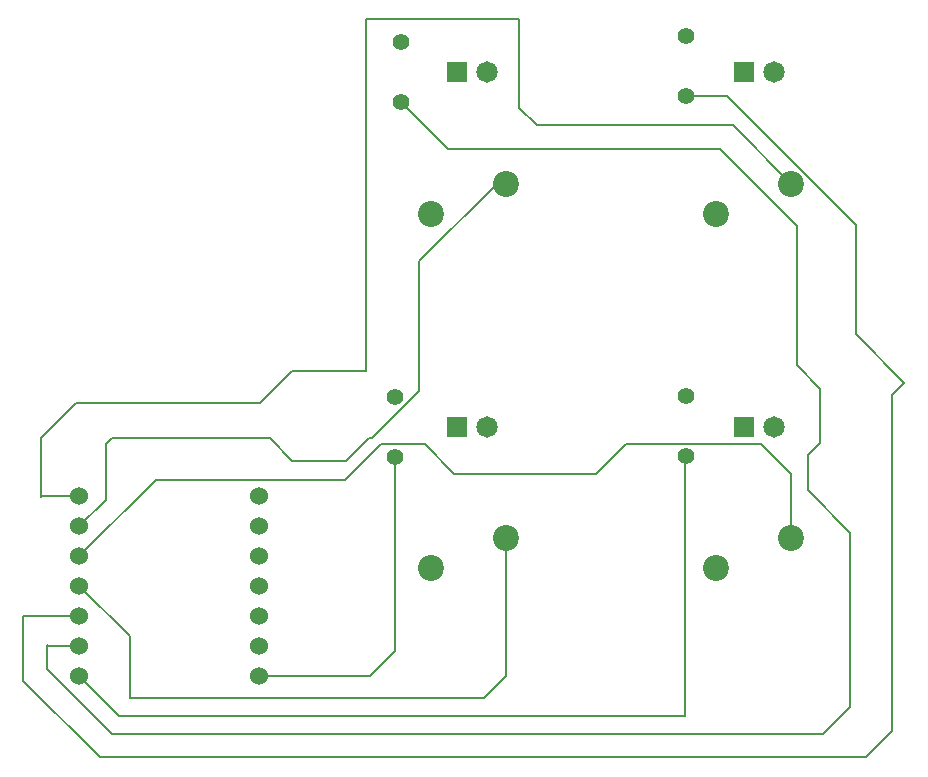
<source format=gbr>
%TF.GenerationSoftware,KiCad,Pcbnew,9.0.6*%
%TF.CreationDate,2025-11-18T20:58:22+00:00*%
%TF.ProjectId,pathfinderKey-Cuts,70617468-6669-46e6-9465-724b65792d43,rev?*%
%TF.SameCoordinates,Original*%
%TF.FileFunction,Copper,L2,Bot*%
%TF.FilePolarity,Positive*%
%FSLAX46Y46*%
G04 Gerber Fmt 4.6, Leading zero omitted, Abs format (unit mm)*
G04 Created by KiCad (PCBNEW 9.0.6) date 2025-11-18 20:58:22*
%MOMM*%
%LPD*%
G01*
G04 APERTURE LIST*
%TA.AperFunction,ComponentPad*%
%ADD10C,1.400000*%
%TD*%
%TA.AperFunction,ComponentPad*%
%ADD11C,2.200000*%
%TD*%
%TA.AperFunction,ComponentPad*%
%ADD12C,1.815000*%
%TD*%
%TA.AperFunction,ComponentPad*%
%ADD13R,1.815000X1.815000*%
%TD*%
%TA.AperFunction,ComponentPad*%
%ADD14C,1.524000*%
%TD*%
%TA.AperFunction,Conductor*%
%ADD15C,0.200000*%
%TD*%
G04 APERTURE END LIST*
D10*
%TO.P,R2,1*%
%TO.N,Net-(D2-PadA)*%
X154500000Y-84420000D03*
%TO.P,R2,2*%
%TO.N,LED2*%
X154500000Y-89500000D03*
%TD*%
%TO.P,R3,1*%
%TO.N,Net-(D3-PadA)*%
X178580000Y-114420000D03*
%TO.P,R3,2*%
%TO.N,LED3*%
X178580000Y-119500000D03*
%TD*%
D11*
%TO.P,SW1,1,1*%
%TO.N,button1*%
X187540000Y-96420000D03*
%TO.P,SW1,2,2*%
%TO.N,GND*%
X181190000Y-98960000D03*
%TD*%
D12*
%TO.P,D2,A*%
%TO.N,Net-(D2-PadA)*%
X161770000Y-87000000D03*
D13*
%TO.P,D2,C*%
%TO.N,GND*%
X159230000Y-87000000D03*
%TD*%
D11*
%TO.P,SW3,1,1*%
%TO.N,button3*%
X187540000Y-126420000D03*
%TO.P,SW3,2,2*%
%TO.N,GND*%
X181190000Y-128960000D03*
%TD*%
%TO.P,SW4,1,1*%
%TO.N,button4*%
X163369000Y-126420000D03*
%TO.P,SW4,2,2*%
%TO.N,GND*%
X157019000Y-128960000D03*
%TD*%
D10*
%TO.P,R1,1*%
%TO.N,Net-(D1-PadA)*%
X178580000Y-83920000D03*
%TO.P,R1,2*%
%TO.N,LED1*%
X178580000Y-89000000D03*
%TD*%
D12*
%TO.P,D4,A*%
%TO.N,Net-(D4-PadA)*%
X161770000Y-117000000D03*
D13*
%TO.P,D4,C*%
%TO.N,GND*%
X159230000Y-117000000D03*
%TD*%
D11*
%TO.P,SW2,1,1*%
%TO.N,button2*%
X163369000Y-96420000D03*
%TO.P,SW2,2,2*%
%TO.N,GND*%
X157019000Y-98960000D03*
%TD*%
D14*
%TO.P,U1,1,GPIO26/ADC0/A0*%
%TO.N,button1*%
X127260000Y-122880000D03*
%TO.P,U1,2,GPIO27/ADC1/A1*%
%TO.N,button2*%
X127260000Y-125420000D03*
%TO.P,U1,3,GPIO28/ADC2/A2*%
%TO.N,button3*%
X127260000Y-127960000D03*
%TO.P,U1,4,GPIO29/ADC3/A3*%
%TO.N,button4*%
X127260000Y-130500000D03*
%TO.P,U1,5,GPIO6/SDA*%
%TO.N,LED1*%
X127260000Y-133040000D03*
%TO.P,U1,6,GPIO7/SCL*%
%TO.N,LED2*%
X127260000Y-135580000D03*
%TO.P,U1,7,GPIO0/TX*%
%TO.N,LED3*%
X127260000Y-138120000D03*
%TO.P,U1,8,GPIO1/RX*%
%TO.N,LED4*%
X142500000Y-138120000D03*
%TO.P,U1,9,GPIO2/SCK*%
%TO.N,unconnected-(U1-GPIO2{slash}SCK-Pad9)*%
X142500000Y-135580000D03*
%TO.P,U1,10,GPIO4/MISO*%
%TO.N,unconnected-(U1-GPIO4{slash}MISO-Pad10)*%
X142500000Y-133040000D03*
%TO.P,U1,11,GPIO3/MOSI*%
%TO.N,unconnected-(U1-GPIO3{slash}MOSI-Pad11)*%
X142500000Y-130500000D03*
%TO.P,U1,12,3V3*%
%TO.N,unconnected-(U1-3V3-Pad12)*%
X142500000Y-127960000D03*
%TO.P,U1,13,GND*%
%TO.N,GND*%
X142500000Y-125420000D03*
%TO.P,U1,14,VBUS*%
%TO.N,unconnected-(U1-VBUS-Pad14)*%
X142500000Y-122880000D03*
%TD*%
D12*
%TO.P,D3,A*%
%TO.N,Net-(D3-PadA)*%
X186080000Y-117000000D03*
D13*
%TO.P,D3,C*%
%TO.N,GND*%
X183540000Y-117000000D03*
%TD*%
D10*
%TO.P,R4,1*%
%TO.N,Net-(D4-PadA)*%
X154000000Y-114460000D03*
%TO.P,R4,2*%
%TO.N,LED4*%
X154000000Y-119540000D03*
%TD*%
D12*
%TO.P,D1,A*%
%TO.N,Net-(D1-PadA)*%
X186080000Y-87000000D03*
D13*
%TO.P,D1,C*%
%TO.N,GND*%
X183540000Y-87000000D03*
%TD*%
D15*
%TO.N,LED1*%
X129000000Y-145000000D02*
X122500000Y-138500000D01*
X193000000Y-99898686D02*
X193000000Y-109180000D01*
X193836000Y-145000000D02*
X129000000Y-145000000D01*
X122500000Y-133000000D02*
X122540000Y-133040000D01*
X196088000Y-142748000D02*
X193836000Y-145000000D01*
X196088000Y-114300000D02*
X196088000Y-142748000D01*
X182101314Y-89000000D02*
X193000000Y-99898686D01*
X178580000Y-89000000D02*
X182101314Y-89000000D01*
X122500000Y-138500000D02*
X122500000Y-133000000D01*
X122540000Y-133040000D02*
X127260000Y-133040000D01*
X193000000Y-109180000D02*
X197104000Y-113284000D01*
X197104000Y-113284000D02*
X196088000Y-114300000D01*
%TO.N,LED2*%
X124500000Y-137500000D02*
X124500000Y-135500000D01*
X130000000Y-143000000D02*
X124500000Y-137500000D01*
X188000000Y-111800000D02*
X189992000Y-113792000D01*
X124580000Y-135580000D02*
X127260000Y-135580000D01*
X189992000Y-118364000D02*
X189957000Y-118364000D01*
X188941000Y-119380000D02*
X188941000Y-122393000D01*
X189992000Y-113792000D02*
X189992000Y-118364000D01*
X188941000Y-122393000D02*
X192532000Y-125984000D01*
X158500000Y-93500000D02*
X181500000Y-93500000D01*
X189957000Y-118364000D02*
X188941000Y-119380000D01*
X181500000Y-93500000D02*
X188000000Y-100000000D01*
X188000000Y-100000000D02*
X188000000Y-111800000D01*
X192532000Y-125984000D02*
X192532000Y-140716000D01*
X154500000Y-89500000D02*
X158500000Y-93500000D01*
X124500000Y-135500000D02*
X124580000Y-135580000D01*
X190248000Y-143000000D02*
X130000000Y-143000000D01*
X192532000Y-140716000D02*
X190248000Y-143000000D01*
%TO.N,LED3*%
X178580000Y-119500000D02*
X178500000Y-119580000D01*
X178500000Y-119580000D02*
X178500000Y-141500000D01*
X130640000Y-141500000D02*
X127260000Y-138120000D01*
X178500000Y-141500000D02*
X130640000Y-141500000D01*
%TO.N,button1*%
X142556000Y-115000000D02*
X145288000Y-112268000D01*
X164500000Y-90000000D02*
X164500000Y-82500000D01*
X124000000Y-123000000D02*
X124000000Y-118000000D01*
X127260000Y-122880000D02*
X124120000Y-122880000D01*
X164500000Y-82500000D02*
X151500000Y-82500000D01*
X124120000Y-122880000D02*
X124000000Y-123000000D01*
X166000000Y-91500000D02*
X182620000Y-91500000D01*
X145288000Y-112268000D02*
X151500000Y-112268000D01*
X124000000Y-118000000D02*
X127000000Y-115000000D01*
X151500000Y-82500000D02*
X151500000Y-112268000D01*
X182620000Y-91500000D02*
X187540000Y-96420000D01*
X166000000Y-91500000D02*
X164500000Y-90000000D01*
X127000000Y-115000000D02*
X142556000Y-115000000D01*
%TO.N,button2*%
X129500000Y-118500000D02*
X129500000Y-123180000D01*
X162580000Y-96420000D02*
X156000000Y-103000000D01*
X156000000Y-103000000D02*
X156000000Y-114000000D01*
X163369000Y-96420000D02*
X162580000Y-96420000D01*
X149860000Y-119888000D02*
X151748000Y-118000000D01*
X151748000Y-118000000D02*
X152000000Y-118000000D01*
X145288000Y-119888000D02*
X149860000Y-119888000D01*
X130000000Y-118000000D02*
X129500000Y-118500000D01*
X156000000Y-114000000D02*
X152000000Y-118000000D01*
X129500000Y-123180000D02*
X127260000Y-125420000D01*
X130000000Y-118000000D02*
X143400000Y-118000000D01*
X143400000Y-118000000D02*
X145288000Y-119888000D01*
%TO.N,button3*%
X149772000Y-121500000D02*
X152772000Y-118500000D01*
X133720000Y-121500000D02*
X149772000Y-121500000D01*
X171000000Y-121000000D02*
X173501000Y-118499000D01*
X152772000Y-118500000D02*
X156500000Y-118500000D01*
X127260000Y-127960000D02*
X133720000Y-121500000D01*
X184999000Y-118499000D02*
X187540000Y-121040000D01*
X187540000Y-121040000D02*
X187540000Y-126420000D01*
X173501000Y-118499000D02*
X184999000Y-118499000D01*
X156500000Y-118500000D02*
X159000000Y-121000000D01*
X159000000Y-121000000D02*
X171000000Y-121000000D01*
%TO.N,LED4*%
X154000000Y-119540000D02*
X154000000Y-136000000D01*
X151880000Y-138120000D02*
X142500000Y-138120000D01*
X154000000Y-136000000D02*
X151880000Y-138120000D01*
%TO.N,button4*%
X131500000Y-140000000D02*
X131500000Y-134740000D01*
X163369000Y-126420000D02*
X163369000Y-138131000D01*
X131500000Y-134740000D02*
X127260000Y-130500000D01*
X161500000Y-140000000D02*
X131500000Y-140000000D01*
X163369000Y-138131000D02*
X161500000Y-140000000D01*
%TD*%
M02*

</source>
